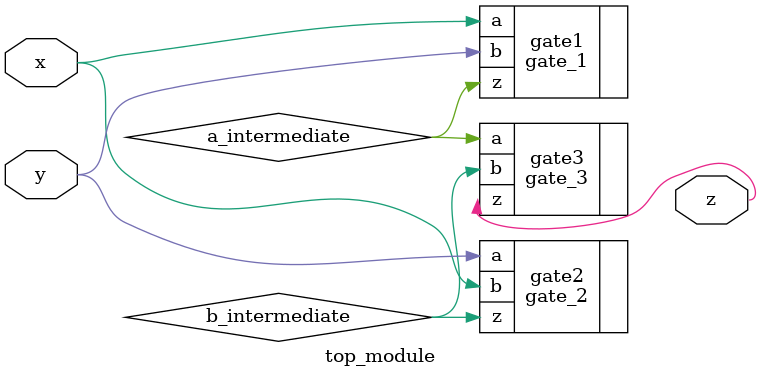
<source format=sv>
module top_module(
	input x,
	input y,
	output z);

  // Define internal signals
  wire a_intermediate, b_intermediate;

  // Instantiate first gate
  gate_1 gate1(.a(x), .b(y), .z(a_intermediate));

  // Instantiate second gate
  gate_2 gate2(.a(y), .b(x), .z(b_intermediate));

  // Instantiate third gate
  gate_3 gate3(.a(a_intermediate), .b(b_intermediate), .z(z));

endmodule

</source>
